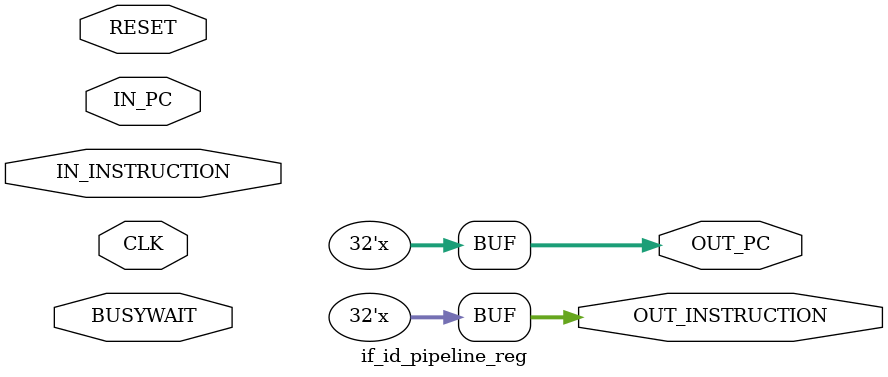
<source format=v>
module if_id_pipeline_reg(
    IN_INSTRUCTION, 
    IN_PC, 
    OUT_INSTRUCTION, 
    OUT_PC, 
    CLK, 
    RESET, 
    BUSYWAIT);

    //declare the ports
    input [31:0] IN_INSTRUCTION, IN_PC;
    input CLK, RESET, BUSYWAIT;
    output reg [31:0] OUT_INSTRUCTION, OUT_PC;

    //reset output registers
    always @ (*) begin
        if (RESET) begin
            #1;
            OUT_PC = 32'dx;
            OUT_INSTRUCTION = 32'dx;
        end
    end

    //write input values to output registers 
    //when the RESET is low and when the CLOCK is at a positive edge and BUSYWAIT is low 
    always @(posedge CLK)
    begin
        #0;
        if (!BUSYWAIT) begin
            OUT_PC <= IN_PC;
            OUT_INSTRUCTION <= IN_INSTRUCTION;
        end
    end

endmodule
</source>
